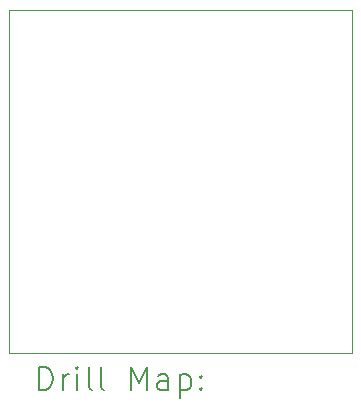
<source format=gbr>
%FSLAX45Y45*%
G04 Gerber Fmt 4.5, Leading zero omitted, Abs format (unit mm)*
G04 Created by KiCad (PCBNEW (6.0.0)) date 2022-01-22 14:07:24*
%MOMM*%
%LPD*%
G01*
G04 APERTURE LIST*
%TA.AperFunction,Profile*%
%ADD10C,0.100000*%
%TD*%
%ADD11C,0.200000*%
G04 APERTURE END LIST*
D10*
X17000000Y-13200000D02*
X19900000Y-13200000D01*
X17000000Y-10300000D02*
X17000000Y-13200000D01*
X19900000Y-10300000D02*
X17000000Y-10300000D01*
X19900000Y-13200000D02*
X19900000Y-10300000D01*
D11*
X17252619Y-13515476D02*
X17252619Y-13315476D01*
X17300238Y-13315476D01*
X17328810Y-13325000D01*
X17347857Y-13344048D01*
X17357381Y-13363095D01*
X17366905Y-13401190D01*
X17366905Y-13429762D01*
X17357381Y-13467857D01*
X17347857Y-13486905D01*
X17328810Y-13505952D01*
X17300238Y-13515476D01*
X17252619Y-13515476D01*
X17452619Y-13515476D02*
X17452619Y-13382143D01*
X17452619Y-13420238D02*
X17462143Y-13401190D01*
X17471667Y-13391667D01*
X17490714Y-13382143D01*
X17509762Y-13382143D01*
X17576429Y-13515476D02*
X17576429Y-13382143D01*
X17576429Y-13315476D02*
X17566905Y-13325000D01*
X17576429Y-13334524D01*
X17585952Y-13325000D01*
X17576429Y-13315476D01*
X17576429Y-13334524D01*
X17700238Y-13515476D02*
X17681190Y-13505952D01*
X17671667Y-13486905D01*
X17671667Y-13315476D01*
X17805000Y-13515476D02*
X17785952Y-13505952D01*
X17776429Y-13486905D01*
X17776429Y-13315476D01*
X18033571Y-13515476D02*
X18033571Y-13315476D01*
X18100238Y-13458333D01*
X18166905Y-13315476D01*
X18166905Y-13515476D01*
X18347857Y-13515476D02*
X18347857Y-13410714D01*
X18338333Y-13391667D01*
X18319286Y-13382143D01*
X18281190Y-13382143D01*
X18262143Y-13391667D01*
X18347857Y-13505952D02*
X18328810Y-13515476D01*
X18281190Y-13515476D01*
X18262143Y-13505952D01*
X18252619Y-13486905D01*
X18252619Y-13467857D01*
X18262143Y-13448809D01*
X18281190Y-13439286D01*
X18328810Y-13439286D01*
X18347857Y-13429762D01*
X18443095Y-13382143D02*
X18443095Y-13582143D01*
X18443095Y-13391667D02*
X18462143Y-13382143D01*
X18500238Y-13382143D01*
X18519286Y-13391667D01*
X18528810Y-13401190D01*
X18538333Y-13420238D01*
X18538333Y-13477381D01*
X18528810Y-13496428D01*
X18519286Y-13505952D01*
X18500238Y-13515476D01*
X18462143Y-13515476D01*
X18443095Y-13505952D01*
X18624048Y-13496428D02*
X18633571Y-13505952D01*
X18624048Y-13515476D01*
X18614524Y-13505952D01*
X18624048Y-13496428D01*
X18624048Y-13515476D01*
X18624048Y-13391667D02*
X18633571Y-13401190D01*
X18624048Y-13410714D01*
X18614524Y-13401190D01*
X18624048Y-13391667D01*
X18624048Y-13410714D01*
M02*

</source>
